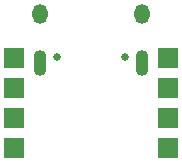
<source format=gbr>
%TF.GenerationSoftware,KiCad,Pcbnew,8.0.2*%
%TF.CreationDate,2024-05-21T21:15:40-05:00*%
%TF.ProjectId,udb-s,7564622d-732e-46b6-9963-61645f706362,rev?*%
%TF.SameCoordinates,Original*%
%TF.FileFunction,Soldermask,Bot*%
%TF.FilePolarity,Negative*%
%FSLAX46Y46*%
G04 Gerber Fmt 4.6, Leading zero omitted, Abs format (unit mm)*
G04 Created by KiCad (PCBNEW 8.0.2) date 2024-05-21 21:15:40*
%MOMM*%
%LPD*%
G01*
G04 APERTURE LIST*
G04 Aperture macros list*
%AMOutline4P*
0 Free polygon, 4 corners , with rotation*
0 The origin of the aperture is its center*
0 number of corners: always 4*
0 $1 to $8 corner X, Y*
0 $9 Rotation angle, in degrees counterclockwise*
0 create outline with 4 corners*
4,1,4,$1,$2,$3,$4,$5,$6,$7,$8,$1,$2,$9*%
G04 Aperture macros list end*
%ADD10C,0.650000*%
%ADD11O,1.100000X2.200000*%
%ADD12O,1.300000X1.700000*%
%ADD13R,1.680000X1.680000*%
%ADD14Outline4P,-0.840000X-0.840000X0.840000X-0.840000X0.840000X0.840000X-0.840000X0.840000X180.000000*%
G04 APERTURE END LIST*
D10*
%TO.C,J1*%
X132176000Y-83113500D03*
X126396000Y-83113500D03*
D11*
X133606000Y-83643500D03*
D12*
X133606000Y-79463500D03*
D11*
X124966000Y-83643500D03*
D12*
X124966000Y-79463500D03*
%TD*%
D13*
%TO.C,J3*%
X122790000Y-83190000D03*
X122790000Y-85740000D03*
X122790000Y-88275000D03*
X122790000Y-90810000D03*
%TD*%
D14*
%TO.C,J2*%
X135800000Y-90830000D03*
X135800000Y-88280000D03*
D13*
X135800000Y-85745000D03*
X135800000Y-83210000D03*
%TD*%
M02*

</source>
